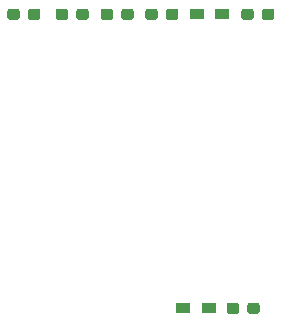
<source format=gbr>
G04 #@! TF.GenerationSoftware,KiCad,Pcbnew,(5.0.0)*
G04 #@! TF.CreationDate,2018-12-18T17:16:08-06:00*
G04 #@! TF.ProjectId,IMUBreakout_Hardware,494D55427265616B6F75745F48617264,rev?*
G04 #@! TF.SameCoordinates,Original*
G04 #@! TF.FileFunction,Paste,Top*
G04 #@! TF.FilePolarity,Positive*
%FSLAX46Y46*%
G04 Gerber Fmt 4.6, Leading zero omitted, Abs format (unit mm)*
G04 Created by KiCad (PCBNEW (5.0.0)) date 12/18/18 17:16:08*
%MOMM*%
%LPD*%
G01*
G04 APERTURE LIST*
%ADD10C,0.100000*%
%ADD11C,0.950000*%
%ADD12R,1.200000X0.900000*%
G04 APERTURE END LIST*
D10*
G04 #@! TO.C,D1*
G36*
X143086779Y-107222144D02*
X143109834Y-107225563D01*
X143132443Y-107231227D01*
X143154387Y-107239079D01*
X143175457Y-107249044D01*
X143195448Y-107261026D01*
X143214168Y-107274910D01*
X143231438Y-107290562D01*
X143247090Y-107307832D01*
X143260974Y-107326552D01*
X143272956Y-107346543D01*
X143282921Y-107367613D01*
X143290773Y-107389557D01*
X143296437Y-107412166D01*
X143299856Y-107435221D01*
X143301000Y-107458500D01*
X143301000Y-107933500D01*
X143299856Y-107956779D01*
X143296437Y-107979834D01*
X143290773Y-108002443D01*
X143282921Y-108024387D01*
X143272956Y-108045457D01*
X143260974Y-108065448D01*
X143247090Y-108084168D01*
X143231438Y-108101438D01*
X143214168Y-108117090D01*
X143195448Y-108130974D01*
X143175457Y-108142956D01*
X143154387Y-108152921D01*
X143132443Y-108160773D01*
X143109834Y-108166437D01*
X143086779Y-108169856D01*
X143063500Y-108171000D01*
X142488500Y-108171000D01*
X142465221Y-108169856D01*
X142442166Y-108166437D01*
X142419557Y-108160773D01*
X142397613Y-108152921D01*
X142376543Y-108142956D01*
X142356552Y-108130974D01*
X142337832Y-108117090D01*
X142320562Y-108101438D01*
X142304910Y-108084168D01*
X142291026Y-108065448D01*
X142279044Y-108045457D01*
X142269079Y-108024387D01*
X142261227Y-108002443D01*
X142255563Y-107979834D01*
X142252144Y-107956779D01*
X142251000Y-107933500D01*
X142251000Y-107458500D01*
X142252144Y-107435221D01*
X142255563Y-107412166D01*
X142261227Y-107389557D01*
X142269079Y-107367613D01*
X142279044Y-107346543D01*
X142291026Y-107326552D01*
X142304910Y-107307832D01*
X142320562Y-107290562D01*
X142337832Y-107274910D01*
X142356552Y-107261026D01*
X142376543Y-107249044D01*
X142397613Y-107239079D01*
X142419557Y-107231227D01*
X142442166Y-107225563D01*
X142465221Y-107222144D01*
X142488500Y-107221000D01*
X143063500Y-107221000D01*
X143086779Y-107222144D01*
X143086779Y-107222144D01*
G37*
D11*
X142776000Y-107696000D03*
D10*
G36*
X144836779Y-107222144D02*
X144859834Y-107225563D01*
X144882443Y-107231227D01*
X144904387Y-107239079D01*
X144925457Y-107249044D01*
X144945448Y-107261026D01*
X144964168Y-107274910D01*
X144981438Y-107290562D01*
X144997090Y-107307832D01*
X145010974Y-107326552D01*
X145022956Y-107346543D01*
X145032921Y-107367613D01*
X145040773Y-107389557D01*
X145046437Y-107412166D01*
X145049856Y-107435221D01*
X145051000Y-107458500D01*
X145051000Y-107933500D01*
X145049856Y-107956779D01*
X145046437Y-107979834D01*
X145040773Y-108002443D01*
X145032921Y-108024387D01*
X145022956Y-108045457D01*
X145010974Y-108065448D01*
X144997090Y-108084168D01*
X144981438Y-108101438D01*
X144964168Y-108117090D01*
X144945448Y-108130974D01*
X144925457Y-108142956D01*
X144904387Y-108152921D01*
X144882443Y-108160773D01*
X144859834Y-108166437D01*
X144836779Y-108169856D01*
X144813500Y-108171000D01*
X144238500Y-108171000D01*
X144215221Y-108169856D01*
X144192166Y-108166437D01*
X144169557Y-108160773D01*
X144147613Y-108152921D01*
X144126543Y-108142956D01*
X144106552Y-108130974D01*
X144087832Y-108117090D01*
X144070562Y-108101438D01*
X144054910Y-108084168D01*
X144041026Y-108065448D01*
X144029044Y-108045457D01*
X144019079Y-108024387D01*
X144011227Y-108002443D01*
X144005563Y-107979834D01*
X144002144Y-107956779D01*
X144001000Y-107933500D01*
X144001000Y-107458500D01*
X144002144Y-107435221D01*
X144005563Y-107412166D01*
X144011227Y-107389557D01*
X144019079Y-107367613D01*
X144029044Y-107346543D01*
X144041026Y-107326552D01*
X144054910Y-107307832D01*
X144070562Y-107290562D01*
X144087832Y-107274910D01*
X144106552Y-107261026D01*
X144126543Y-107249044D01*
X144147613Y-107239079D01*
X144169557Y-107231227D01*
X144192166Y-107225563D01*
X144215221Y-107222144D01*
X144238500Y-107221000D01*
X144813500Y-107221000D01*
X144836779Y-107222144D01*
X144836779Y-107222144D01*
G37*
D11*
X144526000Y-107696000D03*
G04 #@! TD*
D10*
G04 #@! TO.C,D2*
G36*
X146078779Y-82330144D02*
X146101834Y-82333563D01*
X146124443Y-82339227D01*
X146146387Y-82347079D01*
X146167457Y-82357044D01*
X146187448Y-82369026D01*
X146206168Y-82382910D01*
X146223438Y-82398562D01*
X146239090Y-82415832D01*
X146252974Y-82434552D01*
X146264956Y-82454543D01*
X146274921Y-82475613D01*
X146282773Y-82497557D01*
X146288437Y-82520166D01*
X146291856Y-82543221D01*
X146293000Y-82566500D01*
X146293000Y-83041500D01*
X146291856Y-83064779D01*
X146288437Y-83087834D01*
X146282773Y-83110443D01*
X146274921Y-83132387D01*
X146264956Y-83153457D01*
X146252974Y-83173448D01*
X146239090Y-83192168D01*
X146223438Y-83209438D01*
X146206168Y-83225090D01*
X146187448Y-83238974D01*
X146167457Y-83250956D01*
X146146387Y-83260921D01*
X146124443Y-83268773D01*
X146101834Y-83274437D01*
X146078779Y-83277856D01*
X146055500Y-83279000D01*
X145480500Y-83279000D01*
X145457221Y-83277856D01*
X145434166Y-83274437D01*
X145411557Y-83268773D01*
X145389613Y-83260921D01*
X145368543Y-83250956D01*
X145348552Y-83238974D01*
X145329832Y-83225090D01*
X145312562Y-83209438D01*
X145296910Y-83192168D01*
X145283026Y-83173448D01*
X145271044Y-83153457D01*
X145261079Y-83132387D01*
X145253227Y-83110443D01*
X145247563Y-83087834D01*
X145244144Y-83064779D01*
X145243000Y-83041500D01*
X145243000Y-82566500D01*
X145244144Y-82543221D01*
X145247563Y-82520166D01*
X145253227Y-82497557D01*
X145261079Y-82475613D01*
X145271044Y-82454543D01*
X145283026Y-82434552D01*
X145296910Y-82415832D01*
X145312562Y-82398562D01*
X145329832Y-82382910D01*
X145348552Y-82369026D01*
X145368543Y-82357044D01*
X145389613Y-82347079D01*
X145411557Y-82339227D01*
X145434166Y-82333563D01*
X145457221Y-82330144D01*
X145480500Y-82329000D01*
X146055500Y-82329000D01*
X146078779Y-82330144D01*
X146078779Y-82330144D01*
G37*
D11*
X145768000Y-82804000D03*
D10*
G36*
X144328779Y-82330144D02*
X144351834Y-82333563D01*
X144374443Y-82339227D01*
X144396387Y-82347079D01*
X144417457Y-82357044D01*
X144437448Y-82369026D01*
X144456168Y-82382910D01*
X144473438Y-82398562D01*
X144489090Y-82415832D01*
X144502974Y-82434552D01*
X144514956Y-82454543D01*
X144524921Y-82475613D01*
X144532773Y-82497557D01*
X144538437Y-82520166D01*
X144541856Y-82543221D01*
X144543000Y-82566500D01*
X144543000Y-83041500D01*
X144541856Y-83064779D01*
X144538437Y-83087834D01*
X144532773Y-83110443D01*
X144524921Y-83132387D01*
X144514956Y-83153457D01*
X144502974Y-83173448D01*
X144489090Y-83192168D01*
X144473438Y-83209438D01*
X144456168Y-83225090D01*
X144437448Y-83238974D01*
X144417457Y-83250956D01*
X144396387Y-83260921D01*
X144374443Y-83268773D01*
X144351834Y-83274437D01*
X144328779Y-83277856D01*
X144305500Y-83279000D01*
X143730500Y-83279000D01*
X143707221Y-83277856D01*
X143684166Y-83274437D01*
X143661557Y-83268773D01*
X143639613Y-83260921D01*
X143618543Y-83250956D01*
X143598552Y-83238974D01*
X143579832Y-83225090D01*
X143562562Y-83209438D01*
X143546910Y-83192168D01*
X143533026Y-83173448D01*
X143521044Y-83153457D01*
X143511079Y-83132387D01*
X143503227Y-83110443D01*
X143497563Y-83087834D01*
X143494144Y-83064779D01*
X143493000Y-83041500D01*
X143493000Y-82566500D01*
X143494144Y-82543221D01*
X143497563Y-82520166D01*
X143503227Y-82497557D01*
X143511079Y-82475613D01*
X143521044Y-82454543D01*
X143533026Y-82434552D01*
X143546910Y-82415832D01*
X143562562Y-82398562D01*
X143579832Y-82382910D01*
X143598552Y-82369026D01*
X143618543Y-82357044D01*
X143639613Y-82347079D01*
X143661557Y-82339227D01*
X143684166Y-82333563D01*
X143707221Y-82330144D01*
X143730500Y-82329000D01*
X144305500Y-82329000D01*
X144328779Y-82330144D01*
X144328779Y-82330144D01*
G37*
D11*
X144018000Y-82804000D03*
G04 #@! TD*
D10*
G04 #@! TO.C,R1*
G36*
X126266779Y-82330144D02*
X126289834Y-82333563D01*
X126312443Y-82339227D01*
X126334387Y-82347079D01*
X126355457Y-82357044D01*
X126375448Y-82369026D01*
X126394168Y-82382910D01*
X126411438Y-82398562D01*
X126427090Y-82415832D01*
X126440974Y-82434552D01*
X126452956Y-82454543D01*
X126462921Y-82475613D01*
X126470773Y-82497557D01*
X126476437Y-82520166D01*
X126479856Y-82543221D01*
X126481000Y-82566500D01*
X126481000Y-83041500D01*
X126479856Y-83064779D01*
X126476437Y-83087834D01*
X126470773Y-83110443D01*
X126462921Y-83132387D01*
X126452956Y-83153457D01*
X126440974Y-83173448D01*
X126427090Y-83192168D01*
X126411438Y-83209438D01*
X126394168Y-83225090D01*
X126375448Y-83238974D01*
X126355457Y-83250956D01*
X126334387Y-83260921D01*
X126312443Y-83268773D01*
X126289834Y-83274437D01*
X126266779Y-83277856D01*
X126243500Y-83279000D01*
X125668500Y-83279000D01*
X125645221Y-83277856D01*
X125622166Y-83274437D01*
X125599557Y-83268773D01*
X125577613Y-83260921D01*
X125556543Y-83250956D01*
X125536552Y-83238974D01*
X125517832Y-83225090D01*
X125500562Y-83209438D01*
X125484910Y-83192168D01*
X125471026Y-83173448D01*
X125459044Y-83153457D01*
X125449079Y-83132387D01*
X125441227Y-83110443D01*
X125435563Y-83087834D01*
X125432144Y-83064779D01*
X125431000Y-83041500D01*
X125431000Y-82566500D01*
X125432144Y-82543221D01*
X125435563Y-82520166D01*
X125441227Y-82497557D01*
X125449079Y-82475613D01*
X125459044Y-82454543D01*
X125471026Y-82434552D01*
X125484910Y-82415832D01*
X125500562Y-82398562D01*
X125517832Y-82382910D01*
X125536552Y-82369026D01*
X125556543Y-82357044D01*
X125577613Y-82347079D01*
X125599557Y-82339227D01*
X125622166Y-82333563D01*
X125645221Y-82330144D01*
X125668500Y-82329000D01*
X126243500Y-82329000D01*
X126266779Y-82330144D01*
X126266779Y-82330144D01*
G37*
D11*
X125956000Y-82804000D03*
D10*
G36*
X124516779Y-82330144D02*
X124539834Y-82333563D01*
X124562443Y-82339227D01*
X124584387Y-82347079D01*
X124605457Y-82357044D01*
X124625448Y-82369026D01*
X124644168Y-82382910D01*
X124661438Y-82398562D01*
X124677090Y-82415832D01*
X124690974Y-82434552D01*
X124702956Y-82454543D01*
X124712921Y-82475613D01*
X124720773Y-82497557D01*
X124726437Y-82520166D01*
X124729856Y-82543221D01*
X124731000Y-82566500D01*
X124731000Y-83041500D01*
X124729856Y-83064779D01*
X124726437Y-83087834D01*
X124720773Y-83110443D01*
X124712921Y-83132387D01*
X124702956Y-83153457D01*
X124690974Y-83173448D01*
X124677090Y-83192168D01*
X124661438Y-83209438D01*
X124644168Y-83225090D01*
X124625448Y-83238974D01*
X124605457Y-83250956D01*
X124584387Y-83260921D01*
X124562443Y-83268773D01*
X124539834Y-83274437D01*
X124516779Y-83277856D01*
X124493500Y-83279000D01*
X123918500Y-83279000D01*
X123895221Y-83277856D01*
X123872166Y-83274437D01*
X123849557Y-83268773D01*
X123827613Y-83260921D01*
X123806543Y-83250956D01*
X123786552Y-83238974D01*
X123767832Y-83225090D01*
X123750562Y-83209438D01*
X123734910Y-83192168D01*
X123721026Y-83173448D01*
X123709044Y-83153457D01*
X123699079Y-83132387D01*
X123691227Y-83110443D01*
X123685563Y-83087834D01*
X123682144Y-83064779D01*
X123681000Y-83041500D01*
X123681000Y-82566500D01*
X123682144Y-82543221D01*
X123685563Y-82520166D01*
X123691227Y-82497557D01*
X123699079Y-82475613D01*
X123709044Y-82454543D01*
X123721026Y-82434552D01*
X123734910Y-82415832D01*
X123750562Y-82398562D01*
X123767832Y-82382910D01*
X123786552Y-82369026D01*
X123806543Y-82357044D01*
X123827613Y-82347079D01*
X123849557Y-82339227D01*
X123872166Y-82333563D01*
X123895221Y-82330144D01*
X123918500Y-82329000D01*
X124493500Y-82329000D01*
X124516779Y-82330144D01*
X124516779Y-82330144D01*
G37*
D11*
X124206000Y-82804000D03*
G04 #@! TD*
D10*
G04 #@! TO.C,R2*
G36*
X128608779Y-82330144D02*
X128631834Y-82333563D01*
X128654443Y-82339227D01*
X128676387Y-82347079D01*
X128697457Y-82357044D01*
X128717448Y-82369026D01*
X128736168Y-82382910D01*
X128753438Y-82398562D01*
X128769090Y-82415832D01*
X128782974Y-82434552D01*
X128794956Y-82454543D01*
X128804921Y-82475613D01*
X128812773Y-82497557D01*
X128818437Y-82520166D01*
X128821856Y-82543221D01*
X128823000Y-82566500D01*
X128823000Y-83041500D01*
X128821856Y-83064779D01*
X128818437Y-83087834D01*
X128812773Y-83110443D01*
X128804921Y-83132387D01*
X128794956Y-83153457D01*
X128782974Y-83173448D01*
X128769090Y-83192168D01*
X128753438Y-83209438D01*
X128736168Y-83225090D01*
X128717448Y-83238974D01*
X128697457Y-83250956D01*
X128676387Y-83260921D01*
X128654443Y-83268773D01*
X128631834Y-83274437D01*
X128608779Y-83277856D01*
X128585500Y-83279000D01*
X128010500Y-83279000D01*
X127987221Y-83277856D01*
X127964166Y-83274437D01*
X127941557Y-83268773D01*
X127919613Y-83260921D01*
X127898543Y-83250956D01*
X127878552Y-83238974D01*
X127859832Y-83225090D01*
X127842562Y-83209438D01*
X127826910Y-83192168D01*
X127813026Y-83173448D01*
X127801044Y-83153457D01*
X127791079Y-83132387D01*
X127783227Y-83110443D01*
X127777563Y-83087834D01*
X127774144Y-83064779D01*
X127773000Y-83041500D01*
X127773000Y-82566500D01*
X127774144Y-82543221D01*
X127777563Y-82520166D01*
X127783227Y-82497557D01*
X127791079Y-82475613D01*
X127801044Y-82454543D01*
X127813026Y-82434552D01*
X127826910Y-82415832D01*
X127842562Y-82398562D01*
X127859832Y-82382910D01*
X127878552Y-82369026D01*
X127898543Y-82357044D01*
X127919613Y-82347079D01*
X127941557Y-82339227D01*
X127964166Y-82333563D01*
X127987221Y-82330144D01*
X128010500Y-82329000D01*
X128585500Y-82329000D01*
X128608779Y-82330144D01*
X128608779Y-82330144D01*
G37*
D11*
X128298000Y-82804000D03*
D10*
G36*
X130358779Y-82330144D02*
X130381834Y-82333563D01*
X130404443Y-82339227D01*
X130426387Y-82347079D01*
X130447457Y-82357044D01*
X130467448Y-82369026D01*
X130486168Y-82382910D01*
X130503438Y-82398562D01*
X130519090Y-82415832D01*
X130532974Y-82434552D01*
X130544956Y-82454543D01*
X130554921Y-82475613D01*
X130562773Y-82497557D01*
X130568437Y-82520166D01*
X130571856Y-82543221D01*
X130573000Y-82566500D01*
X130573000Y-83041500D01*
X130571856Y-83064779D01*
X130568437Y-83087834D01*
X130562773Y-83110443D01*
X130554921Y-83132387D01*
X130544956Y-83153457D01*
X130532974Y-83173448D01*
X130519090Y-83192168D01*
X130503438Y-83209438D01*
X130486168Y-83225090D01*
X130467448Y-83238974D01*
X130447457Y-83250956D01*
X130426387Y-83260921D01*
X130404443Y-83268773D01*
X130381834Y-83274437D01*
X130358779Y-83277856D01*
X130335500Y-83279000D01*
X129760500Y-83279000D01*
X129737221Y-83277856D01*
X129714166Y-83274437D01*
X129691557Y-83268773D01*
X129669613Y-83260921D01*
X129648543Y-83250956D01*
X129628552Y-83238974D01*
X129609832Y-83225090D01*
X129592562Y-83209438D01*
X129576910Y-83192168D01*
X129563026Y-83173448D01*
X129551044Y-83153457D01*
X129541079Y-83132387D01*
X129533227Y-83110443D01*
X129527563Y-83087834D01*
X129524144Y-83064779D01*
X129523000Y-83041500D01*
X129523000Y-82566500D01*
X129524144Y-82543221D01*
X129527563Y-82520166D01*
X129533227Y-82497557D01*
X129541079Y-82475613D01*
X129551044Y-82454543D01*
X129563026Y-82434552D01*
X129576910Y-82415832D01*
X129592562Y-82398562D01*
X129609832Y-82382910D01*
X129628552Y-82369026D01*
X129648543Y-82357044D01*
X129669613Y-82347079D01*
X129691557Y-82339227D01*
X129714166Y-82333563D01*
X129737221Y-82330144D01*
X129760500Y-82329000D01*
X130335500Y-82329000D01*
X130358779Y-82330144D01*
X130358779Y-82330144D01*
G37*
D11*
X130048000Y-82804000D03*
G04 #@! TD*
D10*
G04 #@! TO.C,R3*
G36*
X137950779Y-82330144D02*
X137973834Y-82333563D01*
X137996443Y-82339227D01*
X138018387Y-82347079D01*
X138039457Y-82357044D01*
X138059448Y-82369026D01*
X138078168Y-82382910D01*
X138095438Y-82398562D01*
X138111090Y-82415832D01*
X138124974Y-82434552D01*
X138136956Y-82454543D01*
X138146921Y-82475613D01*
X138154773Y-82497557D01*
X138160437Y-82520166D01*
X138163856Y-82543221D01*
X138165000Y-82566500D01*
X138165000Y-83041500D01*
X138163856Y-83064779D01*
X138160437Y-83087834D01*
X138154773Y-83110443D01*
X138146921Y-83132387D01*
X138136956Y-83153457D01*
X138124974Y-83173448D01*
X138111090Y-83192168D01*
X138095438Y-83209438D01*
X138078168Y-83225090D01*
X138059448Y-83238974D01*
X138039457Y-83250956D01*
X138018387Y-83260921D01*
X137996443Y-83268773D01*
X137973834Y-83274437D01*
X137950779Y-83277856D01*
X137927500Y-83279000D01*
X137352500Y-83279000D01*
X137329221Y-83277856D01*
X137306166Y-83274437D01*
X137283557Y-83268773D01*
X137261613Y-83260921D01*
X137240543Y-83250956D01*
X137220552Y-83238974D01*
X137201832Y-83225090D01*
X137184562Y-83209438D01*
X137168910Y-83192168D01*
X137155026Y-83173448D01*
X137143044Y-83153457D01*
X137133079Y-83132387D01*
X137125227Y-83110443D01*
X137119563Y-83087834D01*
X137116144Y-83064779D01*
X137115000Y-83041500D01*
X137115000Y-82566500D01*
X137116144Y-82543221D01*
X137119563Y-82520166D01*
X137125227Y-82497557D01*
X137133079Y-82475613D01*
X137143044Y-82454543D01*
X137155026Y-82434552D01*
X137168910Y-82415832D01*
X137184562Y-82398562D01*
X137201832Y-82382910D01*
X137220552Y-82369026D01*
X137240543Y-82357044D01*
X137261613Y-82347079D01*
X137283557Y-82339227D01*
X137306166Y-82333563D01*
X137329221Y-82330144D01*
X137352500Y-82329000D01*
X137927500Y-82329000D01*
X137950779Y-82330144D01*
X137950779Y-82330144D01*
G37*
D11*
X137640000Y-82804000D03*
D10*
G36*
X136200779Y-82330144D02*
X136223834Y-82333563D01*
X136246443Y-82339227D01*
X136268387Y-82347079D01*
X136289457Y-82357044D01*
X136309448Y-82369026D01*
X136328168Y-82382910D01*
X136345438Y-82398562D01*
X136361090Y-82415832D01*
X136374974Y-82434552D01*
X136386956Y-82454543D01*
X136396921Y-82475613D01*
X136404773Y-82497557D01*
X136410437Y-82520166D01*
X136413856Y-82543221D01*
X136415000Y-82566500D01*
X136415000Y-83041500D01*
X136413856Y-83064779D01*
X136410437Y-83087834D01*
X136404773Y-83110443D01*
X136396921Y-83132387D01*
X136386956Y-83153457D01*
X136374974Y-83173448D01*
X136361090Y-83192168D01*
X136345438Y-83209438D01*
X136328168Y-83225090D01*
X136309448Y-83238974D01*
X136289457Y-83250956D01*
X136268387Y-83260921D01*
X136246443Y-83268773D01*
X136223834Y-83274437D01*
X136200779Y-83277856D01*
X136177500Y-83279000D01*
X135602500Y-83279000D01*
X135579221Y-83277856D01*
X135556166Y-83274437D01*
X135533557Y-83268773D01*
X135511613Y-83260921D01*
X135490543Y-83250956D01*
X135470552Y-83238974D01*
X135451832Y-83225090D01*
X135434562Y-83209438D01*
X135418910Y-83192168D01*
X135405026Y-83173448D01*
X135393044Y-83153457D01*
X135383079Y-83132387D01*
X135375227Y-83110443D01*
X135369563Y-83087834D01*
X135366144Y-83064779D01*
X135365000Y-83041500D01*
X135365000Y-82566500D01*
X135366144Y-82543221D01*
X135369563Y-82520166D01*
X135375227Y-82497557D01*
X135383079Y-82475613D01*
X135393044Y-82454543D01*
X135405026Y-82434552D01*
X135418910Y-82415832D01*
X135434562Y-82398562D01*
X135451832Y-82382910D01*
X135470552Y-82369026D01*
X135490543Y-82357044D01*
X135511613Y-82347079D01*
X135533557Y-82339227D01*
X135556166Y-82333563D01*
X135579221Y-82330144D01*
X135602500Y-82329000D01*
X136177500Y-82329000D01*
X136200779Y-82330144D01*
X136200779Y-82330144D01*
G37*
D11*
X135890000Y-82804000D03*
G04 #@! TD*
D10*
G04 #@! TO.C,R4*
G36*
X132418779Y-82330144D02*
X132441834Y-82333563D01*
X132464443Y-82339227D01*
X132486387Y-82347079D01*
X132507457Y-82357044D01*
X132527448Y-82369026D01*
X132546168Y-82382910D01*
X132563438Y-82398562D01*
X132579090Y-82415832D01*
X132592974Y-82434552D01*
X132604956Y-82454543D01*
X132614921Y-82475613D01*
X132622773Y-82497557D01*
X132628437Y-82520166D01*
X132631856Y-82543221D01*
X132633000Y-82566500D01*
X132633000Y-83041500D01*
X132631856Y-83064779D01*
X132628437Y-83087834D01*
X132622773Y-83110443D01*
X132614921Y-83132387D01*
X132604956Y-83153457D01*
X132592974Y-83173448D01*
X132579090Y-83192168D01*
X132563438Y-83209438D01*
X132546168Y-83225090D01*
X132527448Y-83238974D01*
X132507457Y-83250956D01*
X132486387Y-83260921D01*
X132464443Y-83268773D01*
X132441834Y-83274437D01*
X132418779Y-83277856D01*
X132395500Y-83279000D01*
X131820500Y-83279000D01*
X131797221Y-83277856D01*
X131774166Y-83274437D01*
X131751557Y-83268773D01*
X131729613Y-83260921D01*
X131708543Y-83250956D01*
X131688552Y-83238974D01*
X131669832Y-83225090D01*
X131652562Y-83209438D01*
X131636910Y-83192168D01*
X131623026Y-83173448D01*
X131611044Y-83153457D01*
X131601079Y-83132387D01*
X131593227Y-83110443D01*
X131587563Y-83087834D01*
X131584144Y-83064779D01*
X131583000Y-83041500D01*
X131583000Y-82566500D01*
X131584144Y-82543221D01*
X131587563Y-82520166D01*
X131593227Y-82497557D01*
X131601079Y-82475613D01*
X131611044Y-82454543D01*
X131623026Y-82434552D01*
X131636910Y-82415832D01*
X131652562Y-82398562D01*
X131669832Y-82382910D01*
X131688552Y-82369026D01*
X131708543Y-82357044D01*
X131729613Y-82347079D01*
X131751557Y-82339227D01*
X131774166Y-82333563D01*
X131797221Y-82330144D01*
X131820500Y-82329000D01*
X132395500Y-82329000D01*
X132418779Y-82330144D01*
X132418779Y-82330144D01*
G37*
D11*
X132108000Y-82804000D03*
D10*
G36*
X134168779Y-82330144D02*
X134191834Y-82333563D01*
X134214443Y-82339227D01*
X134236387Y-82347079D01*
X134257457Y-82357044D01*
X134277448Y-82369026D01*
X134296168Y-82382910D01*
X134313438Y-82398562D01*
X134329090Y-82415832D01*
X134342974Y-82434552D01*
X134354956Y-82454543D01*
X134364921Y-82475613D01*
X134372773Y-82497557D01*
X134378437Y-82520166D01*
X134381856Y-82543221D01*
X134383000Y-82566500D01*
X134383000Y-83041500D01*
X134381856Y-83064779D01*
X134378437Y-83087834D01*
X134372773Y-83110443D01*
X134364921Y-83132387D01*
X134354956Y-83153457D01*
X134342974Y-83173448D01*
X134329090Y-83192168D01*
X134313438Y-83209438D01*
X134296168Y-83225090D01*
X134277448Y-83238974D01*
X134257457Y-83250956D01*
X134236387Y-83260921D01*
X134214443Y-83268773D01*
X134191834Y-83274437D01*
X134168779Y-83277856D01*
X134145500Y-83279000D01*
X133570500Y-83279000D01*
X133547221Y-83277856D01*
X133524166Y-83274437D01*
X133501557Y-83268773D01*
X133479613Y-83260921D01*
X133458543Y-83250956D01*
X133438552Y-83238974D01*
X133419832Y-83225090D01*
X133402562Y-83209438D01*
X133386910Y-83192168D01*
X133373026Y-83173448D01*
X133361044Y-83153457D01*
X133351079Y-83132387D01*
X133343227Y-83110443D01*
X133337563Y-83087834D01*
X133334144Y-83064779D01*
X133333000Y-83041500D01*
X133333000Y-82566500D01*
X133334144Y-82543221D01*
X133337563Y-82520166D01*
X133343227Y-82497557D01*
X133351079Y-82475613D01*
X133361044Y-82454543D01*
X133373026Y-82434552D01*
X133386910Y-82415832D01*
X133402562Y-82398562D01*
X133419832Y-82382910D01*
X133438552Y-82369026D01*
X133458543Y-82357044D01*
X133479613Y-82347079D01*
X133501557Y-82339227D01*
X133524166Y-82333563D01*
X133547221Y-82330144D01*
X133570500Y-82329000D01*
X134145500Y-82329000D01*
X134168779Y-82330144D01*
X134168779Y-82330144D01*
G37*
D11*
X133858000Y-82804000D03*
G04 #@! TD*
D12*
G04 #@! TO.C,R5*
X138516000Y-107696000D03*
X140716000Y-107696000D03*
G04 #@! TD*
G04 #@! TO.C,R6*
X141900000Y-82804000D03*
X139700000Y-82804000D03*
G04 #@! TD*
M02*

</source>
